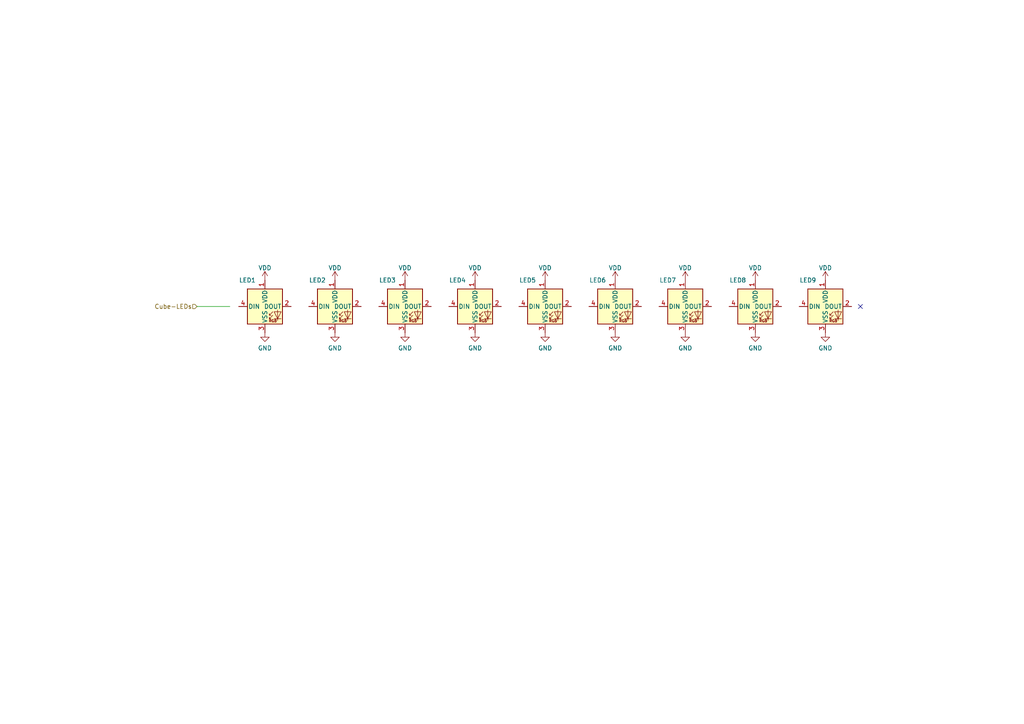
<source format=kicad_sch>
(kicad_sch (version 20211123) (generator eeschema)
  (paper "A4")
  (lib_symbols
    (symbol "LED:WS2812B" (pin_names (offset 0.254))
      (property "Reference" "D" (at 5.08 5.715 0))
      (property "Value" "WS2812B" (at 1.27 -5.715 0))
      (symbol "WS2812B_0_0"
        (text "RGB" (at 2.286 -4.191 0) (effects (font (size 0.762 0.762))))
      )
      (symbol "WS2812B_0_1"
        (polyline (pts (xy 1.27 -3.556) (xy 1.778 -3.556)))
        (polyline (pts (xy 1.27 -2.54) (xy 1.778 -2.54)))
        (polyline (pts (xy 4.699 -3.556) (xy 2.667 -3.556)))
        (polyline (pts (xy 2.286 -2.54) (xy 1.27 -3.556) (xy 1.27 -3.048)))
        (polyline (pts (xy 2.286 -1.524) (xy 1.27 -2.54) (xy 1.27 -2.032)))
        (polyline (pts (xy 3.683 -1.016) (xy 3.683 -3.556) (xy 3.683 -4.064)))
        (polyline (pts (xy 4.699 -1.524) (xy 2.667 -1.524) (xy 3.683 -3.556) (xy 4.699 -1.524)))
        (rectangle (start 5.08 5.08) (end -5.08 -5.08) (stroke (width 0.254)) (fill (type background)))
      )
      (symbol "WS2812B_1_1"
        (pin power_in line (at 0 7.62 270) (length 2.54) (name "VDD") (number "1"))
        (pin output line (at 7.62 0 180) (length 2.54) (name "DOUT") (number "2"))
        (pin power_in line (at 0 -7.62 90) (length 2.54) (name "VSS") (number "3"))
        (pin input line (at -7.62 0 0) (length 2.54) (name "DIN") (number "4"))
      )
    )
    (symbol "power:GND" (power) (pin_names (offset 0))
      (property "Value" "GND" (at 0 -3.81 0))
      (symbol "GND_0_1"
        (polyline (pts (xy 0 0) (xy 0 -1.27) (xy 1.27 -1.27) (xy 0 -2.54) (xy -1.27 -1.27) (xy 0 -1.27)))
      )
      (symbol "GND_1_1"
        (pin power_in line (at 0 0 270) (length 0) hide (name "GND") (number "1"))
      )
    )
    (symbol "power:VDD" (power) (pin_names (offset 0))
      (property "Value" "VDD" (at 0 3.81 0))
      (symbol "VDD_0_1"
        (polyline (pts (xy -0.762 1.27) (xy 0 2.54)))
        (polyline (pts (xy 0 0) (xy 0 2.54)))
        (polyline (pts (xy 0 2.54) (xy 0.762 1.27)))
      )
      (symbol "VDD_1_1"
        (pin power_in line (at 0 0 90) (length 0) hide (name "VDD") (number "1"))
      )
    )
  )
  (no_connect (at 249.555 88.9))
  (wire (pts (xy 57.15 88.9) (xy 66.675 88.9)))
  (hierarchical_label "Cube-LEDs" (shape input) (at 57.15 88.9 180))
  (symbol (lib_id "power:GND") (at 198.755 96.52 0) (unit 1)
    (property "Reference" "#PWR084" (effects hide))
    (property "Value" "GND" (at 198.755 100.9634 0))
  )
  (symbol (lib_id "power:GND") (at 178.435 96.52 0) (unit 1)
    (property "Reference" "#PWR083" (effects hide))
    (property "Value" "GND" (at 178.435 100.9634 0))
  )
  (symbol (lib_id "power:GND") (at 97.155 96.52 0) (unit 1)
    (property "Reference" "#PWR079" (effects hide))
    (property "Value" "GND" (at 97.155 100.9634 0))
  )
  (symbol (lib_id "power:VDD") (at 219.075 81.28 0) (unit 1)
    (property "Reference" "#PWR076" (effects hide))
    (property "Value" "VDD" (at 219.075 77.7042 0))
  )
  (symbol (lib_id "LED:WS2812B") (at 117.475 88.9 0) (unit 1)
    (property "Reference" "LED3" (at 112.395 81.28 0))
    (property "Value" "WS2812-4020_single" (effects hide))
    (property "Footprint" "LED_SMD:LED_WS2812B_PLCC4_5.0x5.0mm_P3.2mm" (effects hide))
    (property "Datasheet" "https://cdn-shop.adafruit.com/datasheets/WS2812B.pdf" (effects hide))
  )
  (symbol (lib_id "LED:WS2812B") (at 178.435 88.9 0) (unit 1)
    (property "Reference" "LED6" (at 173.355 81.28 0))
    (property "Value" "WS2812-4020_single" (effects hide))
    (property "Footprint" "LED_SMD:LED_WS2812B_PLCC4_5.0x5.0mm_P3.2mm" (effects hide))
    (property "Datasheet" "https://cdn-shop.adafruit.com/datasheets/WS2812B.pdf" (effects hide))
  )
  (symbol (lib_id "LED:WS2812B") (at 97.155 88.9 0) (unit 1)
    (property "Reference" "LED2" (at 92.075 81.28 0))
    (property "Value" "WS2812-4020_single" (effects hide))
    (property "Footprint" "LED_SMD:LED_WS2812B_PLCC4_5.0x5.0mm_P3.2mm" (effects hide))
    (property "Datasheet" "https://cdn-shop.adafruit.com/datasheets/WS2812B.pdf" (effects hide))
  )
  (symbol (lib_id "power:GND") (at 219.075 96.52 0) (unit 1)
    (property "Reference" "#PWR085" (effects hide))
    (property "Value" "GND" (at 219.075 100.9634 0))
  )
  (symbol (lib_id "power:VDD") (at 158.115 81.28 0) (unit 1)
    (property "Reference" "#PWR073" (effects hide))
    (property "Value" "VDD" (at 158.115 77.7042 0))
  )
  (symbol (lib_id "power:VDD") (at 137.795 81.28 0) (unit 1)
    (property "Reference" "#PWR072" (effects hide))
    (property "Value" "VDD" (at 137.795 77.7042 0))
  )
  (symbol (lib_id "power:VDD") (at 239.395 81.28 0) (unit 1)
    (property "Reference" "#PWR077" (effects hide))
    (property "Value" "VDD" (at 239.395 77.7042 0))
  )
  (symbol (lib_id "LED:WS2812B") (at 239.395 88.9 0) (unit 1)
    (property "Reference" "LED9" (at 234.315 81.28 0))
    (property "Value" "WS2812-4020_single" (effects hide))
    (property "Footprint" "LED_SMD:LED_WS2812B_PLCC4_5.0x5.0mm_P3.2mm" (effects hide))
    (property "Datasheet" "https://cdn-shop.adafruit.com/datasheets/WS2812B.pdf" (effects hide))
  )
  (symbol (lib_id "power:GND") (at 76.835 96.52 0) (unit 1)
    (property "Reference" "#PWR078" (effects hide))
    (property "Value" "GND" (at 76.835 100.9634 0))
  )
  (symbol (lib_id "power:GND") (at 239.395 96.52 0) (unit 1)
    (property "Reference" "#PWR086" (effects hide))
    (property "Value" "GND" (at 239.395 100.9634 0))
  )
  (symbol (lib_id "LED:WS2812B") (at 158.115 88.9 0) (unit 1)
    (property "Reference" "LED5" (at 153.035 81.28 0))
    (property "Value" "WS2812-4020_single" (effects hide))
    (property "Footprint" "LED_SMD:LED_WS2812B_PLCC4_5.0x5.0mm_P3.2mm" (effects hide))
    (property "Datasheet" "https://cdn-shop.adafruit.com/datasheets/WS2812B.pdf" (effects hide))
  )
  (symbol (lib_id "power:VDD") (at 178.435 81.28 0) (unit 1)
    (property "Reference" "#PWR074" (effects hide))
    (property "Value" "VDD" (at 178.435 77.7042 0))
  )
  (symbol (lib_id "power:GND") (at 158.115 96.52 0) (unit 1)
    (property "Reference" "#PWR082" (effects hide))
    (property "Value" "GND" (at 158.115 100.9634 0))
  )
  (symbol (lib_id "power:GND") (at 137.795 96.52 0) (unit 1)
    (property "Reference" "#PWR081" (effects hide))
    (property "Value" "GND" (at 137.795 100.9634 0))
  )
  (symbol (lib_id "power:VDD") (at 76.835 81.28 0) (unit 1)
    (property "Reference" "#PWR069" (effects hide))
    (property "Value" "VDD" (at 76.835 77.7042 0))
  )
  (symbol (lib_id "power:VDD") (at 198.755 81.28 0) (unit 1)
    (property "Reference" "#PWR075" (effects hide))
    (property "Value" "VDD" (at 198.755 77.7042 0))
  )
  (symbol (lib_id "LED:WS2812B") (at 219.075 88.9 0) (unit 1)
    (property "Reference" "LED8" (at 213.995 81.28 0))
    (property "Value" "WS2812-4020_single" (effects hide))
    (property "Footprint" "LED_SMD:LED_WS2812B_PLCC4_5.0x5.0mm_P3.2mm" (effects hide))
    (property "Datasheet" "https://cdn-shop.adafruit.com/datasheets/WS2812B.pdf" (effects hide))
  )
  (symbol (lib_id "LED:WS2812B") (at 76.835 88.9 0) (unit 1)
    (property "Reference" "LED1" (at 71.755 81.28 0))
    (property "Footprint" "LED_SMD:LED_WS2812B_PLCC4_5.0x5.0mm_P3.2mm" (effects hide))
    (property "Datasheet" "https://cdn-shop.adafruit.com/datasheets/WS2812B.pdf" (effects hide))
  )
  (symbol (lib_id "power:GND") (at 117.475 96.52 0) (unit 1)
    (property "Reference" "#PWR080" (effects hide))
    (property "Value" "GND" (at 117.475 100.9634 0))
  )
  (symbol (lib_id "power:VDD") (at 117.475 81.28 0) (unit 1)
    (property "Reference" "#PWR071" (effects hide))
    (property "Value" "VDD" (at 117.475 77.7042 0))
  )
  (symbol (lib_id "LED:WS2812B") (at 198.755 88.9 0) (unit 1)
    (property "Reference" "LED7" (at 193.675 81.28 0))
    (property "Value" "WS2812-4020_single" (effects hide))
    (property "Footprint" "LED_SMD:LED_WS2812B_PLCC4_5.0x5.0mm_P3.2mm" (effects hide))
    (property "Datasheet" "https://cdn-shop.adafruit.com/datasheets/WS2812B.pdf" (effects hide))
  )
  (symbol (lib_id "power:VDD") (at 97.155 81.28 0) (unit 1)
    (property "Reference" "#PWR070" (effects hide))
    (property "Value" "VDD" (at 97.155 77.7042 0))
  )
  (symbol (lib_id "LED:WS2812B") (at 137.795 88.9 0) (unit 1)
    (property "Reference" "LED4" (at 132.715 81.28 0))
    (property "Value" "WS2812-4020_single" (effects hide))
    (property "Footprint" "LED_SMD:LED_WS2812B_PLCC4_5.0x5.0mm_P3.2mm" (effects hide))
    (property "Datasheet" "https://cdn-shop.adafruit.com/datasheets/WS2812B.pdf" (effects hide))
  )
)
</source>
